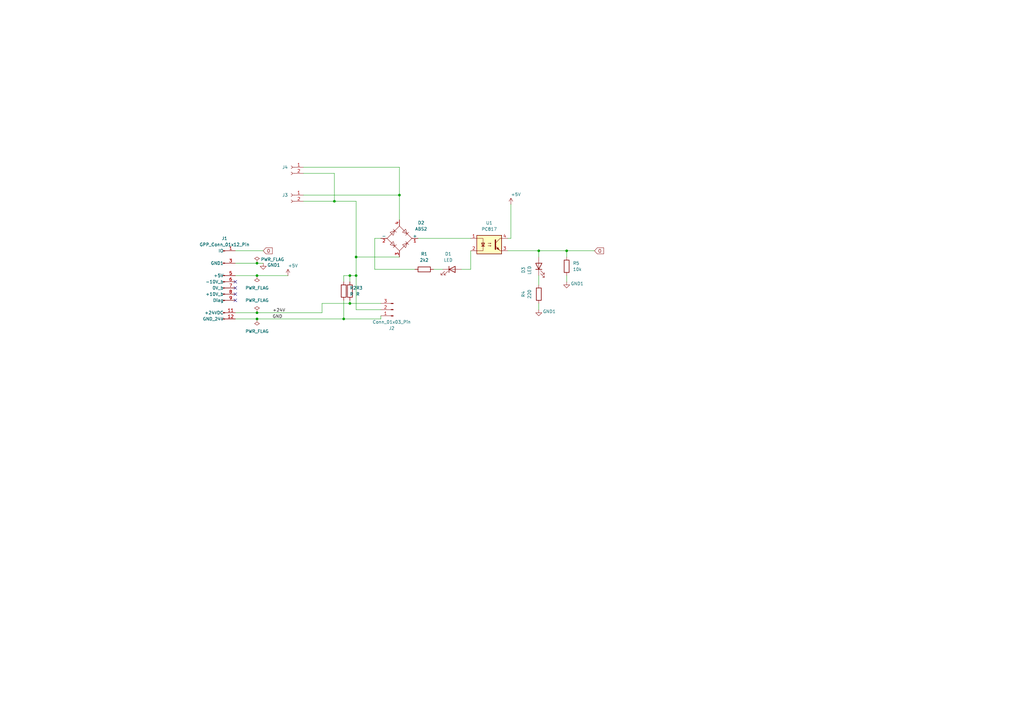
<source format=kicad_sch>
(kicad_sch (version 20250114) (generator "eeschema") (generator_version "9.0")
  (paper "A3")
  (lib_symbols
    (symbol "Connector:Conn_01x02_Socket" (pin_names (offset 1.016) (hide yes))
      (property "Reference" "J" (at 0 2.54 0))
      (property "Value" "Conn_01x02_Socket" (at 0 -5.08 0))
      (symbol "Conn_01x02_Socket_1_1"
        (polyline (pts (xy -1.27 0) (xy -0.508 0)) (stroke (width 0.1524)))
        (polyline (pts (xy -1.27 -2.54) (xy -0.508 -2.54)) (stroke (width 0.1524)))
        (arc (start 0 -0.508) (mid -0.5058 0) (end 0 0.508) (stroke (width 0.1524)))
        (arc (start 0 -3.048) (mid -0.5058 -2.54) (end 0 -2.032) (stroke (width 0.1524)))
        (pin passive line (at -5.08 0 0) (length 3.81) (name "Pin_1") (number "1"))
        (pin passive line (at -5.08 -2.54 0) (length 3.81) (name "Pin_2") (number "2"))
      )
    )
    (symbol "Connector:Conn_01x03_Pin" (pin_names (offset 1.016) (hide yes))
      (property "Reference" "J" (at 0 5.08 0))
      (property "Value" "Conn_01x03_Pin" (at 0 -5.08 0))
      (symbol "Conn_01x03_Pin_1_1"
        (rectangle (start 0.8636 2.667) (end 0 2.413) (stroke (width 0.1524)) (fill (type outline)))
        (rectangle (start 0.8636 0.127) (end 0 -0.127) (stroke (width 0.1524)) (fill (type outline)))
        (rectangle (start 0.8636 -2.413) (end 0 -2.667) (stroke (width 0.1524)) (fill (type outline)))
        (polyline (pts (xy 1.27 2.54) (xy 0.8636 2.54)) (stroke (width 0.1524)))
        (polyline (pts (xy 1.27 0) (xy 0.8636 0)) (stroke (width 0.1524)))
        (polyline (pts (xy 1.27 -2.54) (xy 0.8636 -2.54)) (stroke (width 0.1524)))
        (pin passive line (at 5.08 2.54 180) (length 3.81) (name "Pin_1") (number "1"))
        (pin passive line (at 5.08 0 180) (length 3.81) (name "Pin_2") (number "2"))
        (pin passive line (at 5.08 -2.54 180) (length 3.81) (name "Pin_3") (number "3"))
      )
    )
    (symbol "Device:LED" (pin_numbers (hide yes)) (pin_names (offset 1.016) (hide yes))
      (property "Reference" "D" (at 0 2.54 0))
      (property "Value" "LED" (at 0 -2.54 0))
      (symbol "LED_0_1"
        (polyline (pts (xy -3.048 -0.762) (xy -4.572 -2.286) (xy -3.81 -2.286) (xy -4.572 -2.286) (xy -4.572 -1.524)))
        (polyline (pts (xy -1.778 -0.762) (xy -3.302 -2.286) (xy -2.54 -2.286) (xy -3.302 -2.286) (xy -3.302 -1.524)))
        (polyline (pts (xy -1.27 0) (xy 1.27 0)))
        (polyline (pts (xy -1.27 -1.27) (xy -1.27 1.27)) (stroke (width 0.254)))
        (polyline (pts (xy 1.27 -1.27) (xy 1.27 1.27) (xy -1.27 0) (xy 1.27 -1.27)) (stroke (width 0.254)))
      )
      (symbol "LED_1_1"
        (pin passive line (at -3.81 0 0) (length 2.54) (name "K") (number "1"))
        (pin passive line (at 3.81 0 180) (length 2.54) (name "A") (number "2"))
      )
    )
    (symbol "Device:R" (pin_numbers (hide yes)) (pin_names (offset 0))
      (property "Reference" "R" (at 2.032 0 90))
      (property "Value" "R" (at 0 0 90))
      (symbol "R_0_1"
        (rectangle (start -1.016 -2.54) (end 1.016 2.54) (stroke (width 0.254)))
      )
      (symbol "R_1_1"
        (pin passive line (at 0 3.81 270) (length 1.27) (name "~") (number "1"))
        (pin passive line (at 0 -3.81 90) (length 1.27) (name "~") (number "2"))
      )
    )
    (symbol "Diode_Bridge:ABS2" (pin_names (offset 0))
      (property "Reference" "D" (at 2.54 6.985 0))
      (property "Value" "ABS2" (at 2.54 5.08 0))
      (symbol "ABS2_0_1"
        (polyline (pts (xy -5.08 0) (xy 0 -5.08) (xy 5.08 0) (xy 0 5.08) (xy -5.08 0)))
        (polyline (pts (xy -3.81 2.54) (xy -2.54 1.27) (xy -1.905 3.175) (xy -3.81 2.54)))
        (polyline (pts (xy -2.54 3.81) (xy -1.27 2.54)))
        (polyline (pts (xy -2.54 -1.27) (xy -3.81 -2.54) (xy -1.905 -3.175) (xy -2.54 -1.27)))
        (polyline (pts (xy -1.27 -2.54) (xy -2.54 -3.81)))
        (polyline (pts (xy 1.27 2.54) (xy 2.54 3.81) (xy 3.175 1.905) (xy 1.27 2.54)))
        (polyline (pts (xy 2.54 1.27) (xy 3.81 2.54)))
        (polyline (pts (xy 2.54 -1.27) (xy 3.81 -2.54)))
        (polyline (pts (xy 3.175 -1.905) (xy 1.27 -2.54) (xy 2.54 -3.81) (xy 3.175 -1.905)))
      )
      (symbol "ABS2_1_1"
        (pin passive line (at -7.62 0 0) (length 2.54) (name "-") (number "2"))
        (pin passive line (at 0 7.62 270) (length 2.54) (name "~") (number "4"))
        (pin passive line (at 0 -7.62 90) (length 2.54) (name "~") (number "3"))
        (pin passive line (at 7.62 0 180) (length 2.54) (name "+") (number "1"))
      )
    )
    (symbol "Isolator:PC817" (pin_names (offset 1.016))
      (property "Reference" "U" (at -5.08 5.08 0))
      (property "Value" "PC817" (at 0 5.08 0))
      (symbol "PC817_0_1"
        (rectangle (start -5.08 3.81) (end 5.08 -3.81) (stroke (width 0.254)) (fill (type background)))
        (polyline (pts (xy -5.08 2.54) (xy -2.54 2.54) (xy -2.54 -0.635)))
        (polyline (pts (xy -3.175 -0.635) (xy -1.905 -0.635)) (stroke (width 0.254)))
        (polyline (pts (xy -2.54 -0.635) (xy -2.54 -2.54) (xy -5.08 -2.54)))
        (polyline (pts (xy -2.54 -0.635) (xy -3.175 0.635) (xy -1.905 0.635) (xy -2.54 -0.635)) (stroke (width 0.254)))
        (polyline (pts (xy -0.508 0.508) (xy 0.762 0.508) (xy 0.381 0.381) (xy 0.381 0.635) (xy 0.762 0.508)))
        (polyline (pts (xy -0.508 -0.508) (xy 0.762 -0.508) (xy 0.381 -0.635) (xy 0.381 -0.381) (xy 0.762 -0.508)))
        (polyline (pts (xy 2.54 1.905) (xy 2.54 -1.905)) (stroke (width 0.508)))
        (polyline (pts (xy 2.54 0.635) (xy 4.445 2.54)))
        (polyline (pts (xy 3.048 -1.651) (xy 3.556 -1.143) (xy 4.064 -2.159) (xy 3.048 -1.651)) (fill (type outline)))
        (polyline (pts (xy 4.445 2.54) (xy 5.08 2.54)))
        (polyline (pts (xy 4.445 -2.54) (xy 2.54 -0.635)) (fill (type outline)))
        (polyline (pts (xy 4.445 -2.54) (xy 5.08 -2.54)))
      )
      (symbol "PC817_1_1"
        (pin passive line (at -7.62 2.54 0) (length 2.54) (name "~") (number "1"))
        (pin passive line (at -7.62 -2.54 0) (length 2.54) (name "~") (number "2"))
        (pin passive line (at 7.62 2.54 180) (length 2.54) (name "~") (number "4"))
        (pin passive line (at 7.62 -2.54 180) (length 2.54) (name "~") (number "3"))
      )
    )
    (symbol "power:+5V" (power) (pin_numbers (hide yes)) (pin_names (offset 0) (hide yes))
      (property "Value" "+5V" (at 0 3.556 0))
      (symbol "+5V_0_1"
        (polyline (pts (xy -0.762 1.27) (xy 0 2.54)))
        (polyline (pts (xy 0 2.54) (xy 0.762 1.27)))
        (polyline (pts (xy 0 0) (xy 0 2.54)))
      )
      (symbol "+5V_1_1"
        (pin power_in line (at 0 0 90) (length 0) (name "~") (number "1"))
      )
    )
    (symbol "power:GND1" (power) (pin_numbers (hide yes)) (pin_names (offset 0) (hide yes))
      (property "Value" "GND1" (at 0 -3.81 0))
      (symbol "GND1_0_1"
        (polyline (pts (xy 0 0) (xy 0 -1.27) (xy 1.27 -1.27) (xy 0 -2.54) (xy -1.27 -1.27) (xy 0 -1.27)))
      )
      (symbol "GND1_1_1"
        (pin power_in line (at 0 0 270) (length 0) (name "~") (number "1"))
      )
    )
    (symbol "power:PWR_FLAG" (power) (pin_numbers (hide yes)) (pin_names (offset 0) (hide yes))
      (property "Value" "PWR_FLAG" (at 0 3.81 0))
      (symbol "PWR_FLAG_0_0"
        (pin power_out line (at 0 0 90) (length 0) (name "~") (number "1"))
      )
      (symbol "PWR_FLAG_0_1"
        (polyline (pts (xy 0 0) (xy 0 1.27) (xy -1.016 1.905) (xy 0 2.54) (xy 1.016 1.905) (xy 0 1.27)))
      )
    )
    (symbol "tuxmio:IO_GPP_Conn_01x12_Pin" (pin_names (offset 1.016))
      (property "Reference" "J" (at 0 15.24 0))
      (property "Value" "GPP_Conn_01x12_Pin" (at 0 -17.78 0))
      (symbol "IO_GPP_Conn_01x12_Pin_1_1"
        (rectangle (start 0.8636 12.827) (end 0 12.573) (stroke (width 0.1524)) (fill (type outline)))
        (rectangle (start 0.8636 7.747) (end 0 7.493) (stroke (width 0.1524)) (fill (type outline)))
        (rectangle (start 0.8636 2.667) (end 0 2.413) (stroke (width 0.1524)) (fill (type outline)))
        (rectangle (start 0.8636 0.127) (end 0 -0.127) (stroke (width 0.1524)) (fill (type outline)))
        (rectangle (start 0.8636 -2.413) (end 0 -2.667) (stroke (width 0.1524)) (fill (type outline)))
        (rectangle (start 0.8636 -4.953) (end 0 -5.207) (stroke (width 0.1524)) (fill (type outline)))
        (rectangle (start 0.8636 -7.493) (end 0 -7.747) (stroke (width 0.1524)) (fill (type outline)))
        (rectangle (start 0.8636 -12.573) (end 0 -12.827) (stroke (width 0.1524)) (fill (type outline)))
        (rectangle (start 0.8636 -15.113) (end 0 -15.367) (stroke (width 0.1524)) (fill (type outline)))
        (polyline (pts (xy 1.27 12.7) (xy 0.8636 12.7)) (stroke (width 0.1524)))
        (polyline (pts (xy 1.27 7.62) (xy 0.8636 7.62)) (stroke (width 0.1524)))
        (polyline (pts (xy 1.27 2.54) (xy 0.8636 2.54)) (stroke (width 0.1524)))
        (polyline (pts (xy 1.27 0) (xy 0.8636 0)) (stroke (width 0.1524)))
        (polyline (pts (xy 1.27 -2.54) (xy 0.8636 -2.54)) (stroke (width 0.1524)))
        (polyline (pts (xy 1.27 -5.08) (xy 0.8636 -5.08)) (stroke (width 0.1524)))
        (polyline (pts (xy 1.27 -7.62) (xy 0.8636 -7.62)) (stroke (width 0.1524)))
        (polyline (pts (xy 1.27 -12.7) (xy 0.8636 -12.7)) (stroke (width 0.1524)))
        (polyline (pts (xy 1.27 -15.24) (xy 0.8636 -15.24)) (stroke (width 0.1524)))
        (pin passive line (at 5.08 12.7 180) (length 3.81) (name "IO") (number "1"))
        (pin passive line (at 5.08 7.62 180) (length 3.81) (name "GND1") (number "3"))
        (pin passive line (at 5.08 2.54 180) (length 3.81) (name "+5V") (number "5"))
        (pin passive line (at 5.08 0 180) (length 3.81) (name "-10V_b") (number "6"))
        (pin passive line (at 5.08 -2.54 180) (length 3.81) (name "0V_b") (number "7"))
        (pin passive line (at 5.08 -5.08 180) (length 3.81) (name "+10V_b") (number "8"))
        (pin passive line (at 5.08 -7.62 180) (length 3.81) (name "Diag") (number "9"))
        (pin passive line (at 5.08 -12.7 180) (length 3.81) (name "+24VDC") (number "11"))
        (pin passive line (at 5.08 -15.24 180) (length 3.81) (name "GND_24V") (number "12"))
      )
    )
  )
  (junction (at 105.41 107.95))
  (junction (at 137.16 82.55))
  (junction (at 105.41 113.03))
  (junction (at 220.98 102.87))
  (junction (at 105.41 130.81))
  (junction (at 105.41 128.27))
  (junction (at 143.51 124.46))
  (junction (at 146.05 113.03))
  (junction (at 146.05 105.41))
  (junction (at 140.97 130.81))
  (junction (at 143.51 113.03))
  (junction (at 163.83 80.01))
  (junction (at 232.41 102.87))
  (no_connect (at 96.52 115.57))
  (no_connect (at 96.52 118.11))
  (no_connect (at 96.52 120.65))
  (no_connect (at 96.52 123.19))
  (wire (pts (xy 124.46 68.58) (xy 163.83 68.58)))
  (wire (pts (xy 163.83 68.58) (xy 163.83 80.01)))
  (wire (pts (xy 220.98 102.87) (xy 232.41 102.87)))
  (wire (pts (xy 170.18 110.49) (xy 153.67 110.49)))
  (wire (pts (xy 153.67 110.49) (xy 153.67 97.79)))
  (wire (pts (xy 124.46 80.01) (xy 163.83 80.01)))
  (wire (pts (xy 143.51 123.19) (xy 143.51 124.46)))
  (wire (pts (xy 140.97 130.81) (xy 156.21 130.81)))
  (wire (pts (xy 140.97 113.03) (xy 143.51 113.03)))
  (wire (pts (xy 232.41 102.87) (xy 243.84 102.87)))
  (wire (pts (xy 209.55 97.79) (xy 208.28 97.79)))
  (wire (pts (xy 146.05 105.41) (xy 163.83 105.41)))
  (wire (pts (xy 193.04 102.87) (xy 193.04 110.49)))
  (wire (pts (xy 163.83 80.01) (xy 163.83 90.17)))
  (wire (pts (xy 146.05 127) (xy 146.05 113.03)))
  (wire (pts (xy 132.08 128.27) (xy 132.08 124.46)))
  (wire (pts (xy 96.52 102.87) (xy 107.95 102.87)))
  (wire (pts (xy 105.41 128.27) (xy 132.08 128.27)))
  (wire (pts (xy 146.05 105.41) (xy 146.05 82.55)))
  (wire (pts (xy 220.98 102.87) (xy 220.98 105.41)))
  (wire (pts (xy 153.67 97.79) (xy 156.21 97.79)))
  (wire (pts (xy 105.41 107.95) (xy 107.95 107.95)))
  (wire (pts (xy 146.05 113.03) (xy 146.05 105.41)))
  (wire (pts (xy 105.41 113.03) (xy 118.11 113.03)))
  (wire (pts (xy 232.41 102.87) (xy 232.41 105.41)))
  (wire (pts (xy 140.97 115.57) (xy 140.97 113.03)))
  (wire (pts (xy 220.98 116.84) (xy 220.98 113.03)))
  (wire (pts (xy 208.28 102.87) (xy 220.98 102.87)))
  (wire (pts (xy 143.51 124.46) (xy 156.21 124.46)))
  (wire (pts (xy 156.21 127) (xy 146.05 127)))
  (wire (pts (xy 143.51 113.03) (xy 143.51 115.57)))
  (wire (pts (xy 96.52 107.95) (xy 105.41 107.95)))
  (wire (pts (xy 105.41 130.81) (xy 140.97 130.81)))
  (wire (pts (xy 156.21 130.81) (xy 156.21 129.54)))
  (wire (pts (xy 232.41 113.03) (xy 232.41 115.57)))
  (wire (pts (xy 137.16 71.12) (xy 137.16 82.55)))
  (wire (pts (xy 177.8 110.49) (xy 181.61 110.49)))
  (wire (pts (xy 209.55 83.82) (xy 209.55 97.79)))
  (wire (pts (xy 96.52 128.27) (xy 105.41 128.27)))
  (wire (pts (xy 132.08 124.46) (xy 143.51 124.46)))
  (wire (pts (xy 137.16 82.55) (xy 124.46 82.55)))
  (wire (pts (xy 96.52 130.81) (xy 105.41 130.81)))
  (wire (pts (xy 140.97 123.19) (xy 140.97 130.81)))
  (wire (pts (xy 96.52 113.03) (xy 105.41 113.03)))
  (wire (pts (xy 193.04 110.49) (xy 189.23 110.49)))
  (wire (pts (xy 220.98 124.46) (xy 220.98 127)))
  (wire (pts (xy 124.46 71.12) (xy 137.16 71.12)))
  (wire (pts (xy 171.45 97.79) (xy 193.04 97.79)))
  (wire (pts (xy 146.05 82.55) (xy 137.16 82.55)))
  (wire (pts (xy 143.51 113.03) (xy 146.05 113.03)))
  (label "+24V" (at 111.76 128.27 0))
  (label "GND" (at 111.76 130.81 0))
  (global_label "O" (shape input) (at 107.95 102.87 0) (property "Intersheetrefs" "${INTERSHEET_REFS}" (effects (hide yes))))
  (global_label "O" (shape input) (at 243.84 102.87 0) (property "Intersheetrefs" "${INTERSHEET_REFS}" (effects (hide yes))))
  (symbol (lib_id "Connector:Conn_01x02_Socket") (at 119.38 68.58 0) (mirror y) (unit 1)
    (property "Reference" "J4" (at 118.11 68.5799 0) (effects (justify left)))
    (property "Value" "Conn_01x02_Socket" (effects (hide yes)))
    (property "Footprint" "Connector_PinSocket_2.54mm:PinSocket_1x02_P2.54mm_Horizontal" (effects (hide yes)))
    (property "Description" "Generic connector, single row, 01x02, script generated" (effects (hide yes)))
  )
  (symbol (lib_id "Device:R") (at 173.99 110.49 90) (unit 1)
    (property "Reference" "R1" (at 173.99 104.14 90))
    (property "Value" "2k2" (at 173.99 106.68 90))
    (property "Footprint" "Resistor_SMD:R_0402_1005Metric_Pad0.72x0.64mm_HandSolder" (effects (hide yes)))
    (property "Description" "Resistor" (effects (hide yes)))
  )
  (symbol (lib_id "Device:LED") (at 185.42 110.49 0) (unit 1)
    (property "Reference" "D1" (at 183.8325 104.14 0))
    (property "Value" "LED" (at 183.8325 106.68 0))
    (property "Footprint" "LED_SMD:LED_0402_1005Metric_Pad0.77x0.64mm_HandSolder" (effects (hide yes)))
    (property "Description" "Light emitting diode" (effects (hide yes)))
    (property "Sim.Pins" "1=K 2=A" (effects (hide yes)))
  )
  (symbol (lib_id "power:+5V") (at 118.11 113.03 0) (unit 1)
    (property "Reference" "#PWR02" (effects (hide yes)))
    (property "Value" "+5V" (at 120.142 108.966 0))
    (property "Description" "Power symbol creates a global label with name \"+5V\"" (effects (hide yes)))
  )
  (symbol (lib_id "power:GND1") (at 220.98 127 0) (unit 1)
    (property "Reference" "#PWR04" (effects (hide yes)))
    (property "Value" "GND1" (at 225.298 127.762 0))
    (property "Description" "Power symbol creates a global label with name \"GND1\" , ground" (effects (hide yes)))
  )
  (symbol (lib_id "Isolator:PC817") (at 200.66 100.33 0) (unit 1)
    (property "Reference" "U1" (at 200.66 91.44 0))
    (property "Value" "PC817" (at 200.66 93.98 0))
    (property "Footprint" "Package_DIP:DIP-4_W7.62mm_SMDSocket_SmallPads" (effects (hide yes)))
    (property "Datasheet" "http://www.soselectronic.cz/a_info/resource/d/pc817.pdf" (effects (hide yes)))
    (property "Description" "DC Optocoupler, Vce 35V, CTR 50-300%, DIP-4" (effects (hide yes)))
  )
  (symbol (lib_id "power:+5V") (at 209.55 83.82 0) (unit 1)
    (property "Reference" "#PWR03" (effects (hide yes)))
    (property "Value" "+5V" (at 211.582 79.756 0))
    (property "Description" "Power symbol creates a global label with name \"+5V\"" (effects (hide yes)))
  )
  (symbol (lib_id "power:PWR_FLAG") (at 105.41 107.95 0) (unit 1)
    (property "Reference" "#FLG01" (effects (hide yes)))
    (property "Value" "PWR_FLAG" (at 111.76 106.426 0))
    (property "Description" "Special symbol for telling ERC where power comes from" (effects (hide yes)))
  )
  (symbol (lib_id "Device:R") (at 232.41 109.22 180) (unit 1)
    (property "Reference" "R5" (at 234.95 107.9499 0) (effects (justify right)))
    (property "Value" "10k" (at 234.95 110.4899 0) (effects (justify right)))
    (property "Footprint" "Resistor_SMD:R_0402_1005Metric_Pad0.72x0.64mm_HandSolder" (effects (hide yes)))
    (property "Description" "Resistor" (effects (hide yes)))
  )
  (symbol (lib_id "Connector:Conn_01x02_Socket") (at 119.38 80.01 0) (mirror y) (unit 1)
    (property "Reference" "J3" (at 118.11 80.0099 0) (effects (justify left)))
    (property "Value" "Conn_01x02_Socket" (effects (hide yes)))
    (property "Footprint" "tuxmio:KF141x_SMD" (effects (hide yes)))
    (property "Description" "Generic connector, single row, 01x02, script generated" (effects (hide yes)))
  )
  (symbol (lib_id "power:PWR_FLAG") (at 105.41 128.27 0) (unit 1)
    (property "Reference" "#FLG02" (effects (hide yes)))
    (property "Value" "PWR_FLAG" (at 105.41 123.19 0))
    (property "Description" "Special symbol for telling ERC where power comes from" (effects (hide yes)))
  )
  (symbol (lib_id "Connector:Conn_01x03_Pin") (at 161.29 127 180) (unit 1)
    (property "Reference" "J2" (at 160.655 134.62 0))
    (property "Value" "Conn_01x03_Pin" (at 160.655 132.08 0))
    (property "Footprint" "Connector_PinHeader_2.54mm:PinHeader_1x03_P2.54mm_Horizontal" (effects (hide yes)))
    (property "Description" "Generic connector, single row, 01x03, script generated" (effects (hide yes)))
  )
  (symbol (lib_id "Device:R") (at 140.97 119.38 0) (unit 1)
    (property "Reference" "R2" (at 143.51 118.1099 0) (effects (justify left)))
    (property "Value" "R" (at 143.51 120.6499 0) (effects (justify left)))
    (property "Footprint" "Resistor_SMD:R_0201_0603Metric_Pad0.64x0.40mm_HandSolder" (effects (hide yes)))
    (property "Description" "Resistor" (effects (hide yes)))
  )
  (symbol (lib_id "power:PWR_FLAG") (at 105.41 113.03 180) (unit 1)
    (property "Reference" "#FLG04" (effects (hide yes)))
    (property "Value" "PWR_FLAG" (at 105.41 118.11 0))
    (property "Description" "Special symbol for telling ERC where power comes from" (effects (hide yes)))
  )
  (symbol (lib_id "power:PWR_FLAG") (at 105.41 130.81 180) (unit 1)
    (property "Reference" "#FLG03" (effects (hide yes)))
    (property "Value" "PWR_FLAG" (at 105.41 135.89 0))
    (property "Description" "Special symbol for telling ERC where power comes from" (effects (hide yes)))
  )
  (symbol (lib_id "tuxmio:IO_GPP_Conn_01x12_Pin") (at 91.44 115.57 0) (unit 1)
    (property "Reference" "J1" (at 92.075 97.79 0))
    (property "Value" "GPP_Conn_01x12_Pin" (at 92.075 100.33 0))
    (property "Footprint" "tuxmio:IO_GPP_PinHeader_1x12_P2.54mm_Horizontal" (effects (hide yes)))
    (property "Description" "Generic connector, single row, 01x12, script generated" (effects (hide yes)))
  )
  (symbol (lib_id "power:GND1") (at 232.41 115.57 0) (unit 1)
    (property "Reference" "#PWR05" (effects (hide yes)))
    (property "Value" "GND1" (at 236.728 116.332 0))
    (property "Description" "Power symbol creates a global label with name \"GND1\" , ground" (effects (hide yes)))
  )
  (symbol (lib_id "Diode_Bridge:ABS2") (at 163.83 97.79 0) (unit 1)
    (property "Reference" "D2" (at 172.72 91.3698 0))
    (property "Value" "ABS2" (at 172.72 93.9098 0))
    (property "Footprint" "Diode_SMD:Diode_Bridge_Diotec_ABS" (effects (hide yes)))
    (property "Datasheet" "https://diotec.com/tl_files/diotec/files/pdf/datasheets/abs2.pdf" (effects (hide yes)))
    (property "Description" "Miniature Glass Passivated Single-Phase Surface Mount Bridge Rectifiers, 140V Vrms, 0.8A If, ABS SMD package" (effects (hide yes)))
  )
  (symbol (lib_id "Device:R") (at 143.51 119.38 0) (unit 1)
    (property "Reference" "R3" (at 146.05 118.1099 0) (effects (justify left)))
    (property "Value" "R" (at 146.05 120.6499 0) (effects (justify left)))
    (property "Footprint" "Resistor_SMD:R_0201_0603Metric_Pad0.64x0.40mm_HandSolder" (effects (hide yes)))
    (property "Description" "Resistor" (effects (hide yes)))
  )
  (symbol (lib_id "Device:LED") (at 220.98 109.22 90) (unit 1)
    (property "Reference" "D3" (at 214.63 110.8075 0))
    (property "Value" "LED" (at 217.17 110.8075 0))
    (property "Footprint" "LED_SMD:LED_0402_1005Metric_Pad0.77x0.64mm_HandSolder" (effects (hide yes)))
    (property "Description" "Light emitting diode" (effects (hide yes)))
    (property "Sim.Pins" "1=K 2=A" (effects (hide yes)))
  )
  (symbol (lib_id "power:GND1") (at 107.95 107.95 0) (unit 1)
    (property "Reference" "#PWR01" (effects (hide yes)))
    (property "Value" "GND1" (at 112.268 108.712 0))
    (property "Description" "Power symbol creates a global label with name \"GND1\" , ground" (effects (hide yes)))
  )
  (symbol (lib_id "Device:R") (at 220.98 120.65 180) (unit 1)
    (property "Reference" "R4" (at 214.63 120.65 90))
    (property "Value" "220" (at 217.17 120.65 90))
    (property "Footprint" "Resistor_SMD:R_0402_1005Metric_Pad0.72x0.64mm_HandSolder" (effects (hide yes)))
    (property "Description" "Resistor" (effects (hide yes)))
  )
)
</source>
